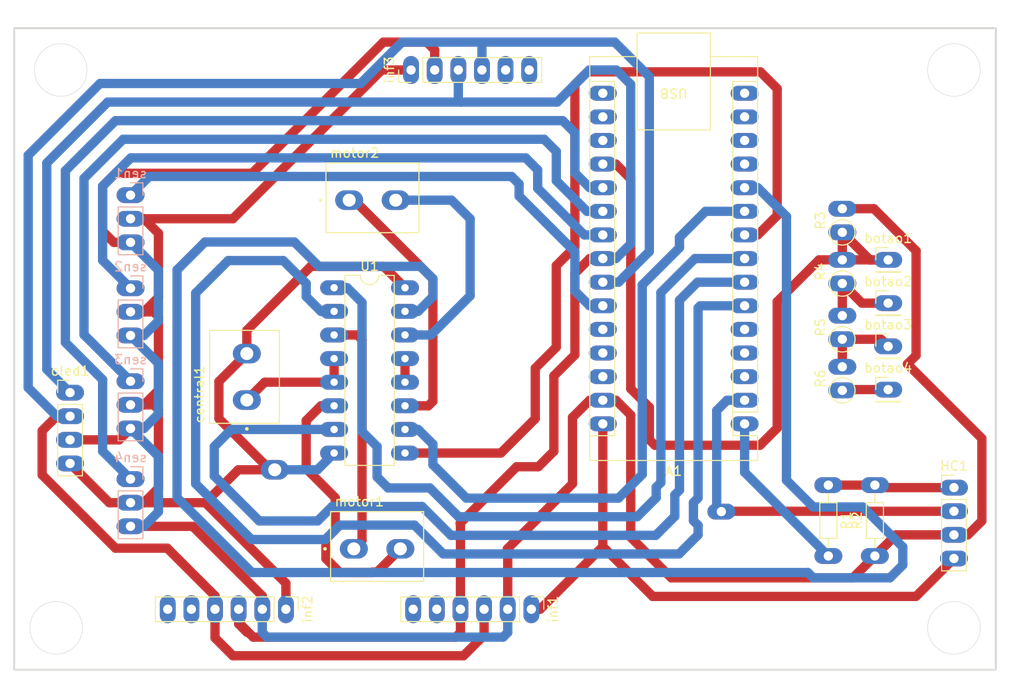
<source format=kicad_pcb>
(kicad_pcb (version 20240108) (generator "pcbnew") (generator_version "8.0")
  (layers (0 "F.Cu" signal) (31 "B.Cu" signal) (34 "B.Paste" user) (35 "F.Paste" user) (36 "B.SilkS" user "B.Silkscreen") (37 "F.SilkS" user "F.Silkscreen") (38 "B.Mask" user) (39 "F.Mask" user) (44 "Edge.Cuts" user))
  (net 0 "")
  (net 1 "Net-(A1-D6)")
  (net 2 "Net-(A1-D7)")
  (net 4 "Net-(A1-A3)")
  (net 6 "Net-(A1-D1{slash}TX)")
  (net 10 "Net-(A1-A0)")
  (net 11 "Net-(A1-A1)")
  (net 12 "Net-(A1-D0{slash}RX)")
  (net 14 "Net-(A1-A4)")
  (net 15 "Net-(A1-A6)")
  (net 17 "Net-(A1-A5)")
  (net 18 "Net-(A1-D3)")
  (net 20 "Net-(A1-A2)")
  (net 23 "Net-(A1-D8)")
  (net 24 "Net-(A1-D4)")
  (net 25 "Net-(A1-VIN)")
  (net 27 "Net-(A1-D5)")
  (net 29 "Net-(HC1-Pin_3)")
  (net 30 "Net-(botao2-Pin_1)")
  (net 31 "Net-(botao3-Pin_1)")
  (net 32 "Net-(botao4-Pin_1)")
  (net 33 "Net-(HC1-Pin_1)")
  (net 34 "Net-(U1-2Y)")
  (net 35 "Net-(U1-3Y)")
  (net 36 "Net-(U1-4Y)")
  (net 37 "Net-(U1-1Y)")
  (footprint "Resistor_THT:R_Axial_DIN0207_L6.3mm_D2.5mm_P2.54mm_Vertical" (layer "F.Cu") (at 191 92.46 90)
    (property "Reference" "R5" (at 1.27 -2.37 90) (layer "F.SilkS"))
    (property "Value" "1k")
    (pad "1" thru_hole oval (at 0 0 90) (size 1.7 3) (drill 1) (layers "*.Cu" "*.Mask") (net 31 "Net-(botao3-Pin_1)"))
    (pad "2" thru_hole oval (at 2.54 0 90) (size 1.7 3) (drill 1) (layers "*.Cu" "*.Mask") (net 30 "Net-(botao2-Pin_1)"))
  )
  (footprint "Resistor_THT:R_Axial_DIN0204_L3.6mm_D1.6mm_P7.62mm_Horizontal" (layer "F.Cu") (at 189.5 108.15 -90)
    (property "Reference" "R1" (at 3.81 -1.92 90) (layer "F.SilkS"))
    (property "Value" "1k")
    (pad "1" thru_hole oval (at 0 0 270) (size 1.7 3) (drill 1) (layers "*.Cu" "*.Mask") (net 33 "Net-(HC1-Pin_1)"))
    (pad "2" thru_hole oval (at 7.62 0 270) (size 1.7 3) (drill 1) (layers "*.Cu" "*.Mask") (net 6 "Net-(A1-D1{slash}TX)"))
  )
  (footprint "Connector_PinHeader_2.54mm:PinHeader_1x06_P2.54mm_Vertical" (layer "F.Cu") (at 131.2 121.5 -90)
    (property "Reference" "inf2" (at 0 -2.33 90) (layer "F.SilkS"))
    (property "Value" "Conn_01x06_Socket")
    (pad "1" thru_hole oval (at 0 0 270) (size 3 1.7) (drill 1) (layers "*.Cu" "*.Mask") (net 25 "Net-(A1-VIN)"))
    (pad "2" thru_hole oval (at 0 2.54 270) (size 3 1.7) (drill 1) (layers "*.Cu" "*.Mask") (net 29 "Net-(HC1-Pin_3)"))
    (pad "3" thru_hole oval (at 0 5.08 270) (size 3 1.7) (drill 1) (layers "*.Cu" "*.Mask") (net 14 "Net-(A1-A4)"))
    (pad "4" thru_hole oval (at 0 7.62 270) (size 3 1.7) (drill 1) (layers "*.Cu" "*.Mask") (net 17 "Net-(A1-A5)"))
    (pad "5" thru_hole oval (at 0 10.16 270) (size 3 1.7) (drill 1) (layers "*.Cu" "*.Mask"))
    (pad "6" thru_hole oval (at 0 12.7 270) (size 3 1.7) (drill 1) (layers "*.Cu" "*.Mask"))
  )
  (footprint "KF301-2P (1):HANDSON_KF301-2P" (layer "F.Cu") (at 127 96.5 90)
    (property "Reference" "central1" (at -1.905 -5.08 90) (layer "F.SilkS"))
    (property "Value" "KF301-2P")
    (pad "1" thru_hole oval (at -2.5 0 90) (size 2.1 3) (drill 1.4) (layers "*.Cu" "*.Mask") (net 29 "Net-(HC1-Pin_3)"))
    (pad "2" thru_hole oval (at 2.5 0 90) (size 2.1 3) (drill 1.4) (layers "*.Cu" "*.Mask") (net 25 "Net-(A1-VIN)"))
  )
  (footprint "Resistor_THT:R_Axial_DIN0207_L6.3mm_D2.5mm_P2.54mm_Vertical" (layer "F.Cu") (at 191 80.96 90)
    (property "Reference" "R3" (at 1.27 -2.37 90) (layer "F.SilkS"))
    (property "Value" "10k")
    (pad "1" thru_hole oval (at 0 0 90) (size 1.7 3) (drill 1) (layers "*.Cu" "*.Mask") (net 10 "Net-(A1-A0)"))
    (pad "2" thru_hole oval (at 2.54 0 90) (size 1.7 3) (drill 1) (layers "*.Cu" "*.Mask") (net 29 "Net-(HC1-Pin_3)"))
  )
  (footprint "KF301-2P (1):HANDSON_KF301-2P" (layer "F.Cu") (at 141 115)
    (property "Reference" "motor1" (at -1.905 -5.08 0) (layer "F.SilkS"))
    (property "Value" "KF301-2P")
    (pad "1" thru_hole oval (at -2.5 0) (size 3 2.1) (drill 1.4) (layers "*.Cu" "*.Mask") (net 37 "Net-(U1-1Y)"))
    (pad "2" thru_hole oval (at 2.5 0) (size 3 2.1) (drill 1.4) (layers "*.Cu" "*.Mask") (net 34 "Net-(U1-2Y)"))
  )
  (footprint "" (layer "F.Cu") (at 130 106.5)
    (property "Reference" "" (at 0 0 0) (layer "F.SilkS") (effects (font (size 1.27 1.27))))
    (property "Value" "")
    (pad "2" thru_hole oval (at 0 0 90) (size 2.1 3) (drill 1.4) (layers "*.Cu" "*.Mask") (net 25 "Net-(A1-VIN)"))
  )
  (footprint "Connector_PinHeader_2.54mm:PinHeader_1x01_P2.54mm_Vertical" (layer "F.Cu") (at 195.93 83.925)
    (property "Reference" "botao1" (at 0 -2.33 0) (layer "F.SilkS"))
    (property "Value" "Conn_01x01_Socket")
    (pad "1" thru_hole oval (at 0 0) (size 3 1.7) (drill 1) (layers "*.Cu" "*.Mask") (net 10 "Net-(A1-A0)"))
  )
  (footprint "Connector_PinHeader_2.54mm:PinHeader_1x01_P2.54mm_Vertical" (layer "F.Cu") (at 195.93 88.575)
    (property "Reference" "botao2" (at 0 -2.33 0) (layer "F.SilkS"))
    (property "Value" "Conn_01x01_Socket")
    (pad "1" thru_hole oval (at 0 0) (size 3 1.7) (drill 1) (layers "*.Cu" "*.Mask") (net 30 "Net-(botao2-Pin_1)"))
  )
  (footprint "Resistor_THT:R_Axial_DIN0204_L3.6mm_D1.6mm_P7.62mm_Horizontal" (layer "F.Cu") (at 194.5 115.77 90)
    (property "Reference" "R2" (at 3.81 -1.92 90) (layer "F.SilkS"))
    (property "Value" "2k")
    (pad "1" thru_hole oval (at 0 0 90) (size 1.7 3) (drill 1) (layers "*.Cu" "*.Mask") (net 29 "Net-(HC1-Pin_3)"))
    (pad "2" thru_hole oval (at 7.62 0 90) (size 1.7 3) (drill 1) (layers "*.Cu" "*.Mask") (net 33 "Net-(HC1-Pin_1)"))
  )
  (footprint "Connector_PinHeader_2.54mm:PinHeader_1x06_P2.54mm_Vertical" (layer "F.Cu") (at 157.58 121.5 -90)
    (property "Reference" "inf1" (at 0 -2.33 90) (layer "F.SilkS"))
    (property "Value" "Conn_01x06_Socket")
    (pad "1" thru_hole oval (at 0 0 270) (size 3 1.7) (drill 1) (layers "*.Cu" "*.Mask") (net 25 "Net-(A1-VIN)"))
    (pad "2" thru_hole oval (at 0 2.54 270) (size 3 1.7) (drill 1) (layers "*.Cu" "*.Mask") (net 29 "Net-(HC1-Pin_3)"))
    (pad "3" thru_hole oval (at 0 5.08 270) (size 3 1.7) (drill 1) (layers "*.Cu" "*.Mask") (net 17 "Net-(A1-A5)"))
    (pad "4" thru_hole oval (at 0 7.62 270) (size 3 1.7) (drill 1) (layers "*.Cu" "*.Mask") (net 14 "Net-(A1-A4)"))
    (pad "5" thru_hole oval (at 0 10.16 270) (size 3 1.7) (drill 1) (layers "*.Cu" "*.Mask"))
    (pad "6" thru_hole oval (at 0 12.7 270) (size 3 1.7) (drill 1) (layers "*.Cu" "*.Mask"))
  )
  (footprint "KF301-2P (1):HANDSON_KF301-2P" (layer "F.Cu") (at 140.5 77.5)
    (property "Reference" "motor2" (at -1.905 -5.08 0) (layer "F.SilkS"))
    (property "Value" "KF301-2P")
    (pad "1" thru_hole oval (at -2.5 0) (size 3 2.1) (drill 1.4) (layers "*.Cu" "*.Mask") (net 35 "Net-(U1-3Y)"))
    (pad "2" thru_hole oval (at 2.5 0) (size 3 2.1) (drill 1.4) (layers "*.Cu" "*.Mask") (net 36 "Net-(U1-4Y)"))
  )
  (footprint "Connector_PinHeader_2.54mm:PinHeader_1x06_P2.54mm_Vertical" (layer "F.Cu") (at 144.65 63.5 90)
    (property "Reference" "inf3" (at 0 -2.33 90) (layer "F.SilkS"))
    (property "Value" "Conn_01x06_Socket")
    (pad "1" thru_hole oval (at 0 0 90) (size 3 1.7) (drill 1) (layers "*.Cu" "*.Mask") (net 25 "Net-(A1-VIN)"))
    (pad "2" thru_hole oval (at 0 2.54 90) (size 3 1.7) (drill 1) (layers "*.Cu" "*.Mask") (net 29 "Net-(HC1-Pin_3)"))
    (pad "3" thru_hole oval (at 0 5.08 90) (size 3 1.7) (drill 1) (layers "*.Cu" "*.Mask") (net 14 "Net-(A1-A4)"))
    (pad "4" thru_hole oval (at 0 7.62 90) (size 3 1.7) (drill 1) (layers "*.Cu" "*.Mask") (net 17 "Net-(A1-A5)"))
    (pad "5" thru_hole oval (at 0 10.16 90) (size 3 1.7) (drill 1) (layers "*.Cu" "*.Mask"))
    (pad "6" thru_hole oval (at 0 12.7 90) (size 3 1.7) (drill 1) (layers "*.Cu" "*.Mask"))
  )
  (footprint "Connector_PinHeader_2.54mm:PinHeader_1x01_P2.54mm_Vertical" (layer "F.Cu") (at 195.93 97.875)
    (property "Reference" "botao4" (at 0 -2.33 0) (layer "F.SilkS"))
    (property "Value" "Conn_01x01_Socket")
    (pad "1" thru_hole oval (at 0 0) (size 3 1.7) (drill 1) (layers "*.Cu" "*.Mask") (net 32 "Net-(botao4-Pin_1)"))
  )
  (footprint "Package_DIP:DIP-16_W7.62mm" (layer "F.Cu") (at 136.38 86.92)
    (property "Reference" "U1" (at 3.81 -2.33 0) (layer "F.SilkS"))
    (property "Value" "L293D")
    (pad "1" thru_hole oval (at 0 0) (size 3 1.6) (drill 0.8) (layers "*.Cu" "*.Mask") (net 27 "Net-(A1-D5)"))
    (pad "2" thru_hole oval (at 0 2.54) (size 3 1.6) (drill 0.8) (layers "*.Cu" "*.Mask") (net 18 "Net-(A1-D3)"))
    (pad "3" thru_hole oval (at 0 5.08) (size 3 1.6) (drill 0.8) (layers "*.Cu" "*.Mask") (net 37 "Net-(U1-1Y)"))
    (pad "4" thru_hole oval (at 0 7.62) (size 3 1.6) (drill 0.8) (layers "*.Cu" "*.Mask") (net 29 "Net-(HC1-Pin_3)"))
    (pad "5" thru_hole oval (at 0 10.16) (size 3 1.6) (drill 0.8) (layers "*.Cu" "*.Mask") (net 29 "Net-(HC1-Pin_3)"))
    (pad "6" thru_hole oval (at 0 12.7) (size 3 1.6) (drill 0.8) (layers "*.Cu" "*.Mask") (net 34 "Net-(U1-2Y)"))
    (pad "7" thru_hole oval (at 0 15.24) (size 3 1.6) (drill 0.8) (layers "*.Cu" "*.Mask") (net 24 "Net-(A1-D4)"))
    (pad "8" thru_hole oval (at 0 17.78) (size 3 1.6) (drill 0.8) (layers "*.Cu" "*.Mask") (net 25 "Net-(A1-VIN)"))
    (pad "9" thru_hole oval (at 7.62 17.78) (size 3 1.6) (drill 0.8) (layers "*.Cu" "*.Mask") (net 1 "Net-(A1-D6)"))
    (pad "10" thru_hole oval (at 7.62 15.24) (size 3 1.6) (drill 0.8) (layers "*.Cu" "*.Mask") (net 2 "Net-(A1-D7)"))
    (pad "11" thru_hole oval (at 7.62 12.7) (size 3 1.6) (drill 0.8) (layers "*.Cu" "*.Mask") (net 35 "Net-(U1-3Y)"))
    (pad "12" thru_hole oval (at 7.62 10.16) (size 3 1.6) (drill 0.8) (layers "*.Cu" "*.Mask") (net 29 "Net-(HC1-Pin_3)"))
    (pad "13" thru_hole oval (at 7.62 7.62) (size 3 1.6) (drill 0.8) (layers "*.Cu" "*.Mask") (net 29 "Net-(HC1-Pin_3)"))
    (pad "14" thru_hole oval (at 7.62 5.08) (size 3 1.6) (drill 0.8) (layers "*.Cu" "*.Mask") (net 36 "Net-(U1-4Y)"))
    (pad "15" thru_hole oval (at 7.62 2.54) (size 3 1.6) (drill 0.8) (layers "*.Cu" "*.Mask") (net 23 "Net-(A1-D8)"))
    (pad "16" thru_hole oval (at 7.62 0) (size 3 1.6) (drill 0.8) (layers "*.Cu" "*.Mask") (net 25 "Net-(A1-VIN)"))
  )
  (footprint "Resistor_THT:R_Axial_DIN0207_L6.3mm_D2.5mm_P2.54mm_Vertical" (layer "F.Cu") (at 191 86.46 90)
    (property "Reference" "R4" (at 1.27 -2.37 90) (layer "F.SilkS"))
    (property "Value" "1k")
    (pad "1" thru_hole oval (at 0 0 90) (size 1.7 3) (drill 1) (layers "*.Cu" "*.Mask") (net 30 "Net-(botao2-Pin_1)"))
    (pad "2" thru_hole oval (at 2.54 0 90) (size 1.7 3) (drill 1) (layers "*.Cu" "*.Mask") (net 10 "Net-(A1-A0)"))
  )
  (footprint "Connector_PinHeader_2.54mm:PinHeader_1x01_P2.54mm_Vertical" (layer "F.Cu") (at 195.93 93.225)
    (property "Reference" "botao3" (at 0 -2.33 0) (layer "F.SilkS"))
    (property "Value" "Conn_01x01_Socket")
    (pad "1" thru_hole oval (at 0 0) (size 3 1.7) (drill 1) (layers "*.Cu" "*.Mask") (net 31 "Net-(botao3-Pin_1)"))
  )
  (footprint "Module:Arduino_Nano" (layer "F.Cu") (at 180.5 101.56 180)
    (property "Reference" "A1" (at 7.62 -5.08 0) (layer "F.SilkS"))
    (property "Value" "Arduino_Nano_v3.x")
    (fp_text user "USB" (at 7.62 35.56 180) (layer "F.SilkS"))
    (pad "1" thru_hole oval (at 0 0 180) (size 3 1.6) (drill 1) (layers "*.Cu" "*.Mask") (net 6 "Net-(A1-D1{slash}TX)"))
    (pad "2" thru_hole oval (at 0 2.54 180) (size 3 1.6) (drill 1) (layers "*.Cu" "*.Mask") (net 12 "Net-(A1-D0{slash}RX)"))
    (pad "3" thru_hole oval (at 0 5.08 180) (size 3 1.6) (drill 1) (layers "*.Cu" "*.Mask"))
    (pad "4" thru_hole oval (at 0 7.62 180) (size 3 1.6) (drill 1) (layers "*.Cu" "*.Mask") (net 29 "Net-(HC1-Pin_3)"))
    (pad "5" thru_hole oval (at 0 10.16 180) (size 3 1.6) (drill 1) (layers "*.Cu" "*.Mask"))
    (pad "6" thru_hole oval (at 0 12.7 180) (size 3 1.6) (drill 1) (layers "*.Cu" "*.Mask") (net 18 "Net-(A1-D3)"))
    (pad "7" thru_hole oval (at 0 15.24 180) (size 3 1.6) (drill 1) (layers "*.Cu" "*.Mask") (net 24 "Net-(A1-D4)"))
    (pad "8" thru_hole oval (at 0 17.78 180) (size 3 1.6) (drill 1) (layers "*.Cu" "*.Mask") (net 27 "Net-(A1-D5)"))
    (pad "9" thru_hole oval (at 0 20.32 180) (size 3 1.6) (drill 1) (layers "*.Cu" "*.Mask") (net 1 "Net-(A1-D6)"))
    (pad "10" thru_hole oval (at 0 22.86 180) (size 3 1.6) (drill 1) (layers "*.Cu" "*.Mask") (net 2 "Net-(A1-D7)"))
    (pad "11" thru_hole oval (at 0 25.4 180) (size 3 1.6) (drill 1) (layers "*.Cu" "*.Mask") (net 23 "Net-(A1-D8)"))
    (pad "12" thru_hole oval (at 0 27.94 180) (size 3 1.6) (drill 1) (layers "*.Cu" "*.Mask"))
    (pad "13" thru_hole oval (at 0 30.48 180) (size 3 1.6) (drill 1) (layers "*.Cu" "*.Mask"))
    (pad "14" thru_hole oval (at 0 33.02 180) (size 3 1.6) (drill 1) (layers "*.Cu" "*.Mask"))
    (pad "15" thru_hole oval (at 0 35.56 180) (size 3 1.6) (drill 1) (layers "*.Cu" "*.Mask"))
    (pad "16" thru_hole oval (at 15.24 35.56 180) (size 3 1.6) (drill 1) (layers "*.Cu" "*.Mask"))
    (pad "17" thru_hole oval (at 15.24 33.02 180) (size 3 1.6) (drill 1) (layers "*.Cu" "*.Mask"))
    (pad "18" thru_hole oval (at 15.24 30.48 180) (size 3 1.6) (drill 1) (layers "*.Cu" "*.Mask"))
    (pad "19" thru_hole oval (at 15.24 27.94 180) (size 3 1.6) (drill 1) (layers "*.Cu" "*.Mask") (net 10 "Net-(A1-A0)"))
    (pad "20" thru_hole oval (at 15.24 25.4 180) (size 3 1.6) (drill 1) (layers "*.Cu" "*.Mask") (net 11 "Net-(A1-A1)"))
    (pad "21" thru_hole oval (at 15.24 22.86 180) (size 3 1.6) (drill 1) (layers "*.Cu" "*.Mask") (net 20 "Net-(A1-A2)"))
    (pad "22" thru_hole oval (at 15.24 20.32 180) (size 3 1.6) (drill 1) (layers "*.Cu" "*.Mask") (net 4 "Net-(A1-A3)"))
    (pad "23" thru_hole oval (at 15.24 17.78 180) (size 3 1.6) (drill 1) (layers "*.Cu" "*.Mask") (net 14 "Net-(A1-A4)"))
    (pad "24" thru_hole oval (at 15.24 15.24 180) (size 3 1.6) (drill 1) (layers "*.Cu" "*.Mask") (net 17 "Net-(A1-A5)"))
    (pad "25" thru_hole oval (at 15.24 12.7 180) (size 3 1.6) (drill 1) (layers "*.Cu" "*.Mask") (net 15 "Net-(A1-A6)"))
    (pad "26" thru_hole oval (at 15.24 10.16 180) (size 3 1.6) (drill 1) (layers "*.Cu" "*.Mask"))
    (pad "27" thru_hole oval (at 15.24 7.62 180) (size 3 1.6) (drill 1) (layers "*.Cu" "*.Mask"))
    (pad "28" thru_hole oval (at 15.24 5.08 180) (size 3 1.6) (drill 1) (layers "*.Cu" "*.Mask"))
    (pad "29" thru_hole oval (at 15.24 2.54 180) (size 3 1.6) (drill 1) (layers "*.Cu" "*.Mask") (net 29 "Net-(HC1-Pin_3)"))
    (pad "30" thru_hole oval (at 15.24 0 180) (size 3 1.6) (drill 1) (layers "*.Cu" "*.Mask") (net 25 "Net-(A1-VIN)"))
  )
  (footprint "Connector_PinHeader_2.54mm:PinHeader_1x04_P2.54mm_Vertical" (layer "F.Cu") (at 108 98.2)
    (property "Reference" "oled1" (at 0 -2.33 0) (layer "F.SilkS"))
    (property "Value" "Conn_01x04_Socket")
    (pad "1" thru_hole oval (at 0 0) (size 3 1.7) (drill 1) (layers "*.Cu" "*.Mask") (net 14 "Net-(A1-A4)"))
    (pad "2" thru_hole oval (at 0 2.54) (size 3 1.7) (drill 1) (layers "*.Cu" "*.Mask") (net 17 "Net-(A1-A5)"))
    (pad "3" thru_hole oval (at 0 5.08) (size 3 1.7) (drill 1) (layers "*.Cu" "*.Mask") (net 29 "Net-(HC1-Pin_3)"))
    (pad "4" thru_hole oval (at 0 7.62) (size 3 1.7) (drill 1) (layers "*.Cu" "*.Mask") (net 25 "Net-(A1-VIN)"))
  )
  (footprint "" (layer "F.Cu") (at 178 111)
    (property "Reference" "" (at 0 0 0) (layer "F.SilkS") (effects (font (size 1.27 1.27))))
    (property "Value" "")
    (pad "2" thru_hole oval (at 0 0) (size 3 1.7) (drill 1) (layers "*.Cu" "*.Mask") (net 12 "Net-(A1-D0{slash}RX)"))
  )
  (footprint "Connector_PinHeader_2.54mm:PinHeader_1x04_P2.54mm_Vertical" (layer "F.Cu") (at 203 108.42)
    (property "Reference" "HC1" (at 0 -2.33 0) (layer "F.SilkS"))
    (property "Value" "Conn_01x04_Socket")
    (pad "1" thru_hole oval (at 0 0) (size 3 1.7) (drill 1) (layers "*.Cu" "*.Mask") (net 33 "Net-(HC1-Pin_1)"))
    (pad "2" thru_hole oval (at 0 2.54) (size 3 1.7) (drill 1) (layers "*.Cu" "*.Mask") (net 12 "Net-(A1-D0{slash}RX)"))
    (pad "3" thru_hole oval (at 0 5.08) (size 3 1.7) (drill 1) (layers "*.Cu" "*.Mask") (net 29 "Net-(HC1-Pin_3)"))
    (pad "4" thru_hole oval (at 0 7.62) (size 3 1.7) (drill 1) (layers "*.Cu" "*.Mask") (net 25 "Net-(A1-VIN)"))
  )
  (footprint "Resistor_THT:R_Axial_DIN0207_L6.3mm_D2.5mm_P2.54mm_Vertical" (layer "F.Cu") (at 191 97.96 90)
    (property "Reference" "R6" (at 1.27 -2.37 90) (layer "F.SilkS"))
    (property "Value" "1k")
    (pad "1" thru_hole oval (at 0 0 90) (size 1.7 3) (drill 1) (layers "*.Cu" "*.Mask") (net 32 "Net-(botao4-Pin_1)"))
    (pad "2" thru_hole oval (at 2.54 0 90) (size 1.7 3) (drill 1) (layers "*.Cu" "*.Mask") (net 31 "Net-(botao3-Pin_1)"))
  )
  (footprint "Connector_PinHeader_2.54mm:PinHeader_1x03_P2.54mm_Vertical" (layer "B.Cu") (at 114.5 76.96 180)
    (property "Reference" "sen1" (at 0 2.33 0) (layer "B.SilkS") (effects (justify mirror)))
    (property "Value" "Conn_01x03_Socket")
    (pad "1" thru_hole oval (at 0 0 180) (size 3 1.7) (drill 1) (layers "*.Cu" "*.Mask") (net 15 "Net-(A1-A6)"))
    (pad "2" thru_hole oval (at 0 -2.54 180) (size 3 1.7) (drill 1) (layers "*.Cu" "*.Mask") (net 25 "Net-(A1-VIN)"))
    (pad "3" thru_hole oval (at 0 -5.08 180) (size 3 1.7) (drill 1) (layers "*.Cu" "*.Mask") (net 29 "Net-(HC1-Pin_3)"))
  )
  (footprint "Connector_PinHeader_2.54mm:PinHeader_1x03_P2.54mm_Vertical" (layer "B.Cu") (at 114.5 96.975 180)
    (property "Reference" "sen3" (at 0 2.33 0) (layer "B.SilkS") (effects (justify mirror)))
    (property "Value" "Conn_01x03_Socket")
    (pad "1" thru_hole oval (at 0 0 180) (size 3 1.7) (drill 1) (layers "*.Cu" "*.Mask") (net 20 "Net-(A1-A2)"))
    (pad "2" thru_hole oval (at 0 -2.54 180) (size 3 1.7) (drill 1) (layers "*.Cu" "*.Mask") (net 25 "Net-(A1-VIN)"))
    (pad "3" thru_hole oval (at 0 -5.08 180) (size 3 1.7) (drill 1) (layers "*.Cu" "*.Mask") (net 29 "Net-(HC1-Pin_3)"))
  )
  (footprint "Connector_PinHeader_2.54mm:PinHeader_1x03_P2.54mm_Vertical" (layer "B.Cu") (at 114.5 107.5 180)
    (property "Reference" "sen4" (at 0 2.33 0) (layer "B.SilkS") (effects (justify mirror)))
    (property "Value" "Conn_01x03_Socket")
    (pad "1" thru_hole oval (at 0 0 180) (size 3 1.7) (drill 1) (layers "*.Cu" "*.Mask") (net 11 "Net-(A1-A1)"))
    (pad "2" thru_hole oval (at 0 -2.54 180) (size 3 1.7) (drill 1) (layers "*.Cu" "*.Mask") (net 25 "Net-(A1-VIN)"))
    (pad "3" thru_hole oval (at 0 -5.08 180) (size 3 1.7) (drill 1) (layers "*.Cu" "*.Mask") (net 29 "Net-(HC1-Pin_3)"))
  )
  (footprint "Connector_PinHeader_2.54mm:PinHeader_1x03_P2.54mm_Vertical" (layer "B.Cu") (at 114.5 86.975 180)
    (property "Reference" "sen2" (at 0 2.33 0) (layer "B.SilkS") (effects (justify mirror)))
    (property "Value" "Conn_01x03_Socket")
    (pad "1" thru_hole oval (at 0 0 180) (size 3 1.7) (drill 1) (layers "*.Cu" "*.Mask") (net 4 "Net-(A1-A3)"))
    (pad "2" thru_hole oval (at 0 -2.54 180) (size 3 1.7) (drill 1) (layers "*.Cu" "*.Mask") (net 25 "Net-(A1-VIN)"))
    (pad "3" thru_hole oval (at 0 -5.08 180) (size 3 1.7) (drill 1) (layers "*.Cu" "*.Mask") (net 29 "Net-(HC1-Pin_3)"))
  )
  (gr_circle (center 203 123.5) (end 205 125.5) (stroke (width 0.05)) (fill none) (layer "Edge.Cuts"))
  (gr_circle (center 106.5 123.5) (end 108.5 125.5) (stroke (width 0.05)) (fill none) (layer "Edge.Cuts"))
  (gr_rect (start 102 59) (end 207.5 128) (stroke (width 0.2)) (fill none) (layer "Edge.Cuts"))
  (gr_circle (center 203 63.5) (end 205 65.5) (stroke (width 0.05)) (fill none) (layer "Edge.Cuts"))
  (gr_circle (center 107 63.5) (end 109 65.5) (stroke (width 0.05)) (fill none) (layer "Edge.Cuts"))
  (segment (start 182.2 63.7) (end 184 65.5) (width 1) (layer "F.Cu") (net 1))
  (segment (start 181.912691 81.24) (end 180.5 81.24) (width 1) (layer "F.Cu") (net 1))
  (segment (start 184 65.5) (end 184 79.152691) (width 1) (layer "F.Cu") (net 1))
  (segment (start 158 101) (end 158 95.570453) (width 1) (layer "F.Cu") (net 1))
  (segment (start 162.26 82.538881) (end 162.26 65.047309) (width 1) (layer "F.Cu") (net 1))
  (segment (start 163.607309 63.7) (end 182.2 63.7) (width 1) (layer "F.Cu") (net 1))
  (segment (start 158 95.570453) (end 160.26 93.310453) (width 1) (layer "F.Cu") (net 1))
  (segment (start 184 79.152691) (end 181.912691 81.24) (width 1) (layer "F.Cu") (net 1))
  (segment (start 144 104.7) (end 154.3 104.7) (width 1) (layer "F.Cu") (net 1))
  (segment (start 162.26 65.047309) (end 163.607309 63.7) (width 1) (layer "F.Cu") (net 1))
  (segment (start 160.26 84.538881) (end 162.26 82.538881) (width 1) (layer "F.Cu") (net 1))
  (segment (start 154.3 104.7) (end 158 101) (width 1) (layer "F.Cu") (net 1))
  (segment (start 160.26 93.310453) (end 160.26 84.538881) (width 1) (layer "F.Cu") (net 1))
  (segment (start 176.3 78.7) (end 180.5 78.7) (width 1) (layer "B.Cu") (net 2))
  (segment (start 173.5 82.609547) (end 173.5 81.5) (width 1) (layer "B.Cu") (net 2))
  (segment (start 166.95 109.55) (end 169.5 107) (width 1) (layer "B.Cu") (net 2))
  (segment (start 147 105.958471) (end 150.591529 109.55) (width 1) (layer "B.Cu") (net 2))
  (segment (start 144 102.16) (end 145.412691 102.16) (width 1) (layer "B.Cu") (net 2))
  (segment (start 173.5 81.5) (end 176.3 78.7) (width 1) (layer "B.Cu") (net 2))
  (segment (start 169.5 107) (end 169.5 86.609547) (width 1) (layer "B.Cu") (net 2))
  (segment (start 145.412691 102.16) (end 147 103.747309) (width 1) (layer "B.Cu") (net 2))
  (segment (start 147 103.747309) (end 147 105.958471) (width 1) (layer "B.Cu") (net 2))
  (segment (start 169.5 86.609547) (end 173.5 82.609547) (width 1) (layer "B.Cu") (net 2))
  (segment (start 150.591529 109.55) (end 166.95 109.55) (width 1) (layer "B.Cu") (net 2))
  (segment (start 111.5 75.986598) (end 114.536598 72.95) (width 1) (layer "B.Cu") (net 4))
  (segment (start 163.270453 81.24) (end 165.26 81.24) (width 1) (layer "B.Cu") (net 4))
  (segment (start 114.5 86.975) (end 111.5 83.975) (width 1) (layer "B.Cu") (net 4))
  (segment (start 111.5 83.975) (end 111.5 75.986598) (width 1) (layer "B.Cu") (net 4))
  (segment (start 114.536598 72.95) (end 156.97 72.95) (width 1) (layer "B.Cu") (net 4))
  (segment (start 158.26 76.229547) (end 163.270453 81.24) (width 1) (layer "B.Cu") (net 4))
  (segment (start 156.97 72.95) (end 158.26 74.24) (width 1) (layer "B.Cu") (net 4))
  (segment (start 158.26 74.24) (end 158.26 76.229547) (width 1) (layer "B.Cu") (net 4))
  (segment (start 189.5 115.77) (end 180.5 106.77) (width 1) (layer "B.Cu") (net 6))
  (segment (start 180.5 106.77) (end 180.5 101.56) (width 1) (layer "B.Cu") (net 6))
  (segment (start 184 102.012691) (end 182.152691 103.86) (width 1) (layer "F.Cu") (net 10))
  (segment (start 168.26 75.207309) (end 166.672691 73.62) (width 1) (layer "F.Cu") (net 10))
  (segment (start 188.5 83.92) (end 184 88.42) (width 1) (layer "F.Cu") (net 10))
  (segment (start 191 83.92) (end 195.925 83.92) (width 1) (layer "F.Cu") (net 10))
  (segment (start 191 80.96) (end 191 83.23) (width 1) (layer "F.Cu") (net 10))
  (segment (start 195.93 83.925) (end 193.965 83.925) (width 1) (layer "F.Cu") (net 10))
  (segment (start 191 83.92) (end 188.5 83.92) (width 1) (layer "F.Cu") (net 10))
  (segment (start 170.86 103.86) (end 170.26 103.26) (width 1) (layer "F.Cu") (net 10))
  (segment (start 166.672691 73.62) (end 165.26 73.62) (width 1) (layer "F.Cu") (net 10))
  (segment (start 184 88.42) (end 184 102.012691) (width 1) (layer "F.Cu") (net 10))
  (segment (start 193.965 83.925) (end 191 80.96) (width 1) (layer "F.Cu") (net 10))
  (segment (start 168.26 97.778881) (end 168.26 75.207309) (width 1) (layer "F.Cu") (net 10))
  (segment (start 182.152691 103.86) (end 170.86 103.86) (width 1) (layer "F.Cu") (net 10))
  (segment (start 195.925 83.92) (end 195.93 83.925) (width 1) (layer "F.Cu") (net 10))
  (segment (start 170.26 99.778881) (end 168.26 97.778881) (width 1) (layer "F.Cu") (net 10))
  (segment (start 170.26 103.26) (end 170.26 99.778881) (width 1) (layer "F.Cu") (net 10))
  (segment (start 114.5 107.5) (end 111.5 104.5) (width 1) (layer "B.Cu") (net 11))
  (segment (start 111.5 96.803428) (end 107.5 92.803428) (width 1) (layer "B.Cu") (net 11))
  (segment (start 163.847309 76.16) (end 165.26 76.16) (width 1) (layer "B.Cu") (net 11))
  (segment (start 162.26 70.26) (end 162.26 74.572691) (width 1) (layer "B.Cu") (net 11))
  (segment (start 160.95 68.95) (end 162.26 70.26) (width 1) (layer "B.Cu") (net 11))
  (segment (start 107.5 74.329742) (end 112.879742 68.95) (width 1) (layer "B.Cu") (net 11))
  (segment (start 111.5 104.5) (end 111.5 96.803428) (width 1) (layer "B.Cu") (net 11))
  (segment (start 112.879742 68.95) (end 160.95 68.95) (width 1) (layer "B.Cu") (net 11))
  (segment (start 162.26 74.572691) (end 163.847309 76.16) (width 1) (layer "B.Cu") (net 11))
  (segment (start 107.5 92.803428) (end 107.5 74.329742) (width 1) (layer "B.Cu") (net 11))
  (segment (start 178.54 110.96) (end 178.5 111) (width 1) (layer "F.Cu") (net 12))
  (segment (start 203 110.96) (end 178.54 110.96) (width 1) (layer "F.Cu") (net 12))
  (segment (start 177.5 110.5) (end 177.5 100.127309) (width 1) (layer "B.Cu") (net 12))
  (segment (start 177.5 100.127309) (end 178.607309 99.02) (width 1) (layer "B.Cu") (net 12))
  (segment (start 178.607309 99.02) (end 180.5 99.02) (width 1) (layer "B.Cu") (net 12))
  (segment (start 178 111) (end 177.5 110.5) (width 1) (layer "B.Cu") (net 12))
  (segment (start 149.96 112.291572) (end 149.92 112.251572) (width 1) (layer "F.Cu") (net 14))
  (segment (start 158.328428 106.171572) (end 160 104.5) (width 1) (layer "F.Cu") (net 14))
  (segment (start 149.92 112.251572) (end 156 106.171572) (width 1) (layer "F.Cu") (net 14))
  (segment (start 126.12 123.08) (end 126.12 121.5) (width 1) (layer "F.Cu") (net 14))
  (segment (start 149.96 124) (end 149.96 121.5) (width 1) (layer "F.Cu") (net 14))
  (segment (start 162.26 94.138881) (end 162.26 85.367309) (width 1) (layer "F.Cu") (net 14))
  (segment (start 156 106.171572) (end 158.328428 106.171572) (width 1) (layer "F.Cu") (net 14))
  (segment (start 162.26 85.367309) (end 163.847309 83.78) (width 1) (layer "F.Cu") (net 14))
  (segment (start 126.31 123.123402) (end 127.686598 124.5) (width 1) (layer "F.Cu") (net 14))
  (segment (start 126.31 121.69) (end 126.31 123.123402) (width 1) (layer "F.Cu") (net 14))
  (segment (start 163.847309 83.78) (end 165.26 83.78) (width 1) (layer "F.Cu") (net 14))
  (segment (start 126.12 121.5) (end 126.31 121.69) (width 1) (layer "F.Cu") (net 14))
  (segment (start 160 104.5) (end 160 96.398881) (width 1) (layer "F.Cu") (net 14))
  (segment (start 127.686598 124.5) (end 149.46 124.5) (width 1) (layer "F.Cu") (net 14))
  (segment (start 149.96 121.5) (end 149.96 112.291572) (width 1) (layer "F.Cu") (net 14))
  (segment (start 149.46 124.5) (end 149.96 124) (width 1) (layer "F.Cu") (net 14))
  (segment (start 160 96.398881) (end 162.26 94.138881) (width 1) (layer "F.Cu") (net 14))
  (segment (start 127.04 124) (end 126.12 123.08) (width 1) (layer "F.Cu") (net 14))
  (segment (start 112.051314 66.95) (end 150 66.95) (width 1) (layer "B.Cu") (net 14))
  (segment (start 166.712691 63.5) (end 168.26 65.047309) (width 1) (layer "B.Cu") (net 14))
  (segment (start 163.807309 63.5) (end 166.712691 63.5) (width 1) (layer "B.Cu") (net 14))
  (segment (start 149.73 63.5) (end 149.73 66.68) (width 1) (layer "B.Cu") (net 14))
  (segment (start 166.672691 83.78) (end 165.26 83.78) (width 1) (layer "B.Cu") (net 14))
  (segment (start 168.26 65.047309) (end 168.26 82.192691) (width 1) (layer "B.Cu") (net 14))
  (segment (start 168.26 82.192691) (end 166.672691 83.78) (width 1) (layer "B.Cu") (net 14))
  (segment (start 108 98.2) (end 105.5 95.7) (width 1) (layer "B.Cu") (net 14))
  (segment (start 105.5 95.7) (end 105.5 73.501314) (width 1) (layer "B.Cu") (net 14))
  (segment (start 160.357309 66.95) (end 163.807309 63.5) (width 1) (layer "B.Cu") (net 14))
  (segment (start 149.73 66.68) (end 150 66.95) (width 1) (layer "B.Cu") (net 14))
  (segment (start 150 66.95) (end 160.357309 66.95) (width 1) (layer "B.Cu") (net 14))
  (segment (start 105.5 73.501314) (end 112.051314 66.95) (width 1) (layer "B.Cu") (net 14))
  (segment (start 156.26 77.057975) (end 162.26 83.057975) (width 1) (layer "B.Cu") (net 15))
  (segment (start 162.26 83.057975) (end 162.26 87.272691) (width 1) (layer "B.Cu") (net 15))
  (segment (start 155.45 74.95) (end 156.26 75.76) (width 1) (layer "B.Cu") (net 15))
  (segment (start 114.5 76.96) (end 116.51 74.95) (width 1) (layer "B.Cu") (net 15))
  (segment (start 156.26 75.76) (end 156.26 77.057975) (width 1) (layer "B.Cu") (net 15))
  (segment (start 162.26 87.272691) (end 163.847309 88.86) (width 1) (layer "B.Cu") (net 15))
  (segment (start 116.51 74.95) (end 155.45 74.95) (width 1) (layer "B.Cu") (net 15))
  (segment (start 163.847309 88.86) (end 165.26 88.86) (width 1) (layer "B.Cu") (net 15))
  (segment (start 123.58 121.5) (end 123.58 120.066598) (width 1) (layer "F.Cu") (net 17))
  (segment (start 123.58 120.066598) (end 118.443402 114.93) (width 1) (layer "F.Cu") (net 17))
  (segment (start 118.443402 114.93) (end 112.876598 114.93) (width 1) (layer "F.Cu") (net 17))
  (segment (start 105 102.306598) (end 106.376598 100.93) (width 1) (layer "F.Cu") (net 17))
  (segment (start 108.19 100.93) (end 108 100.74) (width 1) (layer "F.Cu") (net 17))
  (segment (start 105 107.053402) (end 105 102.306598) (width 1) (layer "F.Cu") (net 17))
  (segment (start 152.5 121.5) (end 152.5 124.288428) (width 1) (layer "F.Cu") (net 17))
  (segment (start 152.5 124.288428) (end 150.288428 126.5) (width 1) (layer "F.Cu") (net 17))
  (segment (start 106.376598 100.93) (end 108.19 100.93) (width 1) (layer "F.Cu") (net 17))
  (segment (start 112.876598 114.93) (end 105 107.053402) (width 1) (layer "F.Cu") (net 17))
  (segment (start 150.288428 126.5) (end 125.5 126.5) (width 1) (layer "F.Cu") (net 17))
  (segment (start 123.58 124.58) (end 123.58 121.5) (width 1) (layer "F.Cu") (net 17))
  (segment (start 125.5 126.5) (end 123.58 124.58) (width 1) (layer "F.Cu") (net 17))
  (segment (start 166.961119 86.32) (end 165.26 86.32) (width 1) (layer "B.Cu") (net 17))
  (segment (start 170.26 64.218881) (end 170.26 83.021119) (width 1) (layer "B.Cu") (net 17))
  (segment (start 166.541119 60.5) (end 170.26 64.218881) (width 1) (layer "B.Cu") (net 17))
  (segment (start 108 100.74) (end 106.566598 100.74) (width 1) (layer "B.Cu") (net 17))
  (segment (start 103.5 97.673402) (end 103.5 72.672886) (width 1) (layer "B.Cu") (net 17))
  (segment (start 170.26 83.021119) (end 166.961119 86.32) (width 1) (layer "B.Cu") (net 17))
  (segment (start 111.222886 64.95) (end 139.226598 64.95) (width 1) (layer "B.Cu") (net 17))
  (segment (start 106.566598 100.74) (end 103.5 97.673402) (width 1) (layer "B.Cu") (net 17))
  (segment (start 139.226598 64.95) (end 143.676598 60.5) (width 1) (layer "B.Cu") (net 17))
  (segment (start 143.676598 60.5) (end 166.541119 60.5) (width 1) (layer "B.Cu") (net 17))
  (segment (start 103.5 72.672886) (end 111.222886 64.95) (width 1) (layer "B.Cu") (net 17))
  (segment (start 152.27 63.5) (end 152.27 61.15) (width 1) (layer "B.Cu") (net 17))
  (segment (start 136.993755 112.45) (end 145.006245 112.45) (width 1) (layer "B.Cu") (net 18))
  (segment (start 148.106245 115.55) (end 173.45 115.55) (width 1) (layer "B.Cu") (net 18))
  (segment (start 135.443755 114) (end 136.993755 112.45) (width 1) (layer "B.Cu") (net 18))
  (segment (start 121.5 87.5) (end 121.5 108) (width 1) (layer "B.Cu") (net 18))
  (segment (start 175.5 89.094831) (end 175.734831 88.86) (width 1) (layer "B.Cu") (net 18))
  (segment (start 125 84) (end 121.5 87.5) (width 1) (layer "B.Cu") (net 18))
  (segment (start 173.45 115.55) (end 175.5 113.5) (width 1) (layer "B.Cu") (net 18))
  (segment (start 134.967309 89.46) (end 133.38 87.872691) (width 1) (layer "B.Cu") (net 18))
  (segment (start 121.5 108) (end 127.5 114) (width 1) (layer "B.Cu") (net 18))
  (segment (start 175.5 109.526598) (end 175.5 89.094831) (width 1) (layer "B.Cu") (net 18))
  (segment (start 133.38 87.872691) (end 133.38 86.46) (width 1) (layer "B.Cu") (net 18))
  (segment (start 145.006245 112.45) (end 148.106245 115.55) (width 1) (layer "B.Cu") (net 18))
  (segment (start 130.92 84) (end 125 84) (width 1) (layer "B.Cu") (net 18))
  (segment (start 175 110.026598) (end 175.5 109.526598) (width 1) (layer "B.Cu") (net 18))
  (segment (start 136.38 89.46) (end 134.967309 89.46) (width 1) (layer "B.Cu") (net 18))
  (segment (start 175.5 112.473402) (end 175 111.973402) (width 1) (layer "B.Cu") (net 18))
  (segment (start 175.734831 88.86) (end 180.5 88.86) (width 1) (layer "B.Cu") (net 18))
  (segment (start 175 111.973402) (end 175 110.026598) (width 1) (layer "B.Cu") (net 18))
  (segment (start 127.5 114) (end 135.443755 114) (width 1) (layer "B.Cu") (net 18))
  (segment (start 175.5 113.5) (end 175.5 112.473402) (width 1) (layer "B.Cu") (net 18))
  (segment (start 133.38 86.46) (end 130.92 84) (width 1) (layer "B.Cu") (net 18))
  (segment (start 114.5 96.975) (end 109.5 91.975) (width 1) (layer "B.Cu") (net 20))
  (segment (start 160.26 75.401119) (end 163.558881 78.7) (width 1) (layer "B.Cu") (net 20))
  (segment (start 113.70817 70.95) (end 158.95 70.95) (width 1) (layer "B.Cu") (net 20))
  (segment (start 158.95 70.95) (end 160.26 72.26) (width 1) (layer "B.Cu") (net 20))
  (segment (start 163.558881 78.7) (end 165.26 78.7) (width 1) (layer "B.Cu") (net 20))
  (segment (start 109.5 75.15817) (end 113.70817 70.95) (width 1) (layer "B.Cu") (net 20))
  (segment (start 109.5 91.975) (end 109.5 75.15817) (width 1) (layer "B.Cu") (net 20))
  (segment (start 160.26 72.26) (end 160.26 75.401119) (width 1) (layer "B.Cu") (net 20))
  (segment (start 132.107308 82) (end 122.5 82) (width 1) (layer "B.Cu") (net 23))
  (segment (start 147 87.872691) (end 147 85.967309) (width 1) (layer "B.Cu") (net 23))
  (segment (start 134.727308 84.62) (end 132.107308 82) (width 1) (layer "B.Cu") (net 23))
  (segment (start 196.123402 118.12) (end 197.5 116.743402) (width 1) (layer "B.Cu") (net 23))
  (segment (start 193.203402 110.5) (end 187.876598 110.5) (width 1) (layer "B.Cu") (net 23))
  (segment (start 197.5 114.796598) (end 193.203402 110.5) (width 1) (layer "B.Cu") (net 23))
  (segment (start 127.55 117.55) (end 187.306598 117.55) (width 1) (layer "B.Cu") (net 23))
  (segment (start 187.876598 118.12) (end 196.123402 118.12) (width 1) (layer "B.Cu") (net 23))
  (segment (start 145.652691 84.62) (end 134.727308 84.62) (width 1) (layer "B.Cu") (net 23))
  (segment (start 187.306598 117.55) (end 187.876598 118.12) (width 1) (layer "B.Cu") (net 23))
  (segment (start 185 79.247309) (end 181.912691 76.16) (width 1) (layer "B.Cu") (net 23))
  (segment (start 122.5 82) (end 119.5 85) (width 1) (layer "B.Cu") (net 23))
  (segment (start 197.5 116.743402) (end 197.5 114.796598) (width 1) (layer "B.Cu") (net 23))
  (segment (start 185 107.623402) (end 185 79.247309) (width 1) (layer "B.Cu") (net 23))
  (segment (start 119.5 109.5) (end 127.55 117.55) (width 1) (layer "B.Cu") (net 23))
  (segment (start 145.412691 89.46) (end 147 87.872691) (width 1) (layer "B.Cu") (net 23))
  (segment (start 144 89.46) (end 145.412691 89.46) (width 1) (layer "B.Cu") (net 23))
  (segment (start 119.5 85) (end 119.5 109.5) (width 1) (layer "B.Cu") (net 23))
  (segment (start 181.912691 76.16) (end 180.5 76.16) (width 1) (layer "B.Cu") (net 23))
  (segment (start 187.876598 110.5) (end 185 107.623402) (width 1) (layer "B.Cu") (net 23))
  (segment (start 147 85.967309) (end 145.652691 84.62) (width 1) (layer "B.Cu") (net 23))
  (segment (start 123.5 107.171572) (end 128.328428 112) (width 1) (layer "B.Cu") (net 24))
  (segment (start 136.165327 110.45) (end 145.834673 110.45) (width 1) (layer "B.Cu") (net 24))
  (segment (start 123.5 104) (end 123.5 107.171572) (width 1) (layer "B.Cu") (net 24))
  (segment (start 128.328428 112) (end 134.615327 112) (width 1) (layer "B.Cu") (net 24))
  (segment (start 136.38 102.16) (end 125.34 102.16) (width 1) (layer "B.Cu") (net 24))
  (segment (start 173 111.5) (end 173 109.198171) (width 1) (layer "B.Cu") (net 24))
  (segment (start 175.446403 86.32) (end 180.5 86.32) (width 1) (layer "B.Cu") (net 24))
  (segment (start 134.615327 112) (end 136.165327 110.45) (width 1) (layer "B.Cu") (net 24))
  (segment (start 148.934673 113.55) (end 170.95 113.55) (width 1) (layer "B.Cu") (net 24))
  (segment (start 173 109.198171) (end 173.5 108.698171) (width 1) (layer "B.Cu") (net 24))
  (segment (start 173.5 88.266403) (end 175.446403 86.32) (width 1) (layer "B.Cu") (net 24))
  (segment (start 173.5 108.698171) (end 173.5 88.266403) (width 1) (layer "B.Cu") (net 24))
  (segment (start 145.834673 110.45) (end 148.934673 113.55) (width 1) (layer "B.Cu") (net 24))
  (segment (start 125.34 102.16) (end 123.5 104) (width 1) (layer "B.Cu") (net 24))
  (segment (start 170.95 113.55) (end 173 111.5) (width 1) (layer "B.Cu") (net 24))
  (segment (start 117.5 90.015) (end 117.5 97.948402) (width 1) (layer "F.Cu") (net 25))
  (segment (start 115.933402 79.5) (end 117.5 81.066598) (width 1) (layer "F.Cu") (net 25))
  (segment (start 117.5 108.473402) (end 115.933402 110.04) (width 1) (layer "F.Cu") (net 25))
  (segment (start 141.7 84.62) (end 133.88 84.62) (width 1) (layer "F.Cu") (net 25))
  (segment (start 114.5 79.5) (end 115.933402 79.5) (width 1) (layer "F.Cu") (net 25))
  (segment (start 141.5 63.5) (end 144.65 63.5) (width 1) (layer "F.Cu") (net 25))
  (segment (start 126.08 106.5) (end 122.54 110.04) (width 1) (layer "F.Cu") (net 25))
  (segment (start 115.933402 89.515) (end 114.5 89.515) (width 1) (layer "F.Cu") (net 25))
  (segment (start 198.92 120.12) (end 170.62 120.12) (width 1) (layer "F.Cu") (net 25))
  (segment (start 157.58 121.5) (end 158.52 121.5) (width 1) (layer "F.Cu") (net 25))
  (segment (start 108 105.82) (end 112.22 110.04) (width 1) (layer "F.Cu") (net 25))
  (segment (start 122.54 110.04) (end 114.5 110.04) (width 1) (layer "F.Cu") (net 25))
  (segment (start 124 97) (end 124 101) (width 1) (layer "F.Cu") (net 25))
  (segment (start 117.5 100.015) (end 117.5 108.473402) (width 1) (layer "F.Cu") (net 25))
  (segment (start 115.933402 110.04) (end 114.5 110.04) (width 1) (layer "F.Cu") (net 25))
  (segment (start 114.5 79.5) (end 125.5 79.5) (width 1) (layer "F.Cu") (net 25))
  (segment (start 124 101) (end 129.5 106.5) (width 1) (layer "F.Cu") (net 25))
  (segment (start 117.5 81.066598) (end 117.5 87.948402) (width 1) (layer "F.Cu") (net 25))
  (segment (start 127 94) (end 124 97) (width 1) (layer "F.Cu") (net 25))
  (segment (start 170.62 120.12) (end 165.26 114.76) (width 1) (layer "F.Cu") (net 25))
  (segment (start 112.22 110.04) (end 114.5 110.04) (width 1) (layer "F.Cu") (net 25))
  (segment (start 129.5 106.5) (end 130 106.5) (width 1) (layer "F.Cu") (net 25))
  (segment (start 115.933402 99.515) (end 114.5 99.515) (width 1) (layer "F.Cu") (net 25))
  (segment (start 131.2 118.7) (end 122.54 110.04) (width 1) (layer "F.Cu") (net 25))
  (segment (start 158.52 121.5) (end 165.26 114.76) (width 1) (layer "F.Cu") (net 25))
  (segment (start 117.5 87.948402) (end 115.933402 89.515) (width 1) (layer "F.Cu") (net 25))
  (segment (start 203 116.04) (end 198.92 120.12) (width 1) (layer "F.Cu") (net 25))
  (segment (start 117 89.515) (end 117.5 90.015) (width 1) (layer "F.Cu") (net 25))
  (segment (start 114.5 99.515) (end 117 99.515) (width 1) (layer "F.Cu") (net 25))
  (segment (start 125.5 79.5) (end 141.5 63.5) (width 1) (layer "F.Cu") (net 25))
  (segment (start 114.5 89.515) (end 117 89.515) (width 1) (layer "F.Cu") (net 25))
  (segment (start 117.5 97.948402) (end 115.933402 99.515) (width 1) (layer "F.Cu") (net 25))
  (segment (start 117 99.515) (end 117.5 100.015) (width 1) (layer "F.Cu") (net 25))
  (segment (start 165.26 114.76) (end 165.26 101.56) (width 1) (layer "F.Cu") (net 25))
  (segment (start 127 91.5) (end 127 94) (width 1) (layer "F.Cu") (net 25))
  (segment (start 144 86.92) (end 141.7 84.62) (width 1) (layer "F.Cu") (net 25))
  (segment (start 131.2 121.5) (end 131.2 118.7) (width 1) (layer "F.Cu") (net 25))
  (segment (start 130 106.5) (end 126.08 106.5) (width 1) (layer "F.Cu") (net 25))
  (segment (start 133.88 84.62) (end 127 91.5) (width 1) (layer "F.Cu") (net 25))
  (segment (start 144 86.92) (end 144 87) (width 1) (layer "B.Cu") (net 25))
  (segment (start 144.16 87.16) (end 144 87.16) (width 1) (layer "B.Cu") (net 25))
  (segment (start 144 87) (end 144.16 87.16) (width 1) (layer "B.Cu") (net 25))
  (segment (start 130 106.5) (end 134.58 106.5) (width 1) (layer "B.Cu") (net 25))
  (segment (start 134.58 106.5) (end 136.38 104.7) (width 1) (layer "B.Cu") (net 25))
  (segment (start 175.157975 83.78) (end 180.5 83.78) (width 1) (layer "B.Cu") (net 27))
  (segment (start 137.792691 86.92) (end 139.38 88.507309) (width 1) (layer "B.Cu") (net 27))
  (segment (start 141 107.272691) (end 142.177309 108.45) (width 1) (layer "B.Cu") (net 27))
  (segment (start 171.5 107.869743) (end 171.5 87.437975) (width 1) (layer "B.Cu") (net 27))
  (segment (start 171 109.5) (end 171 108.369743) (width 1) (layer "B.Cu") (net 27))
  (segment (start 149.763101 111.55) (end 168.95 111.55) (width 1) (layer "B.Cu") (net 27))
  (segment (start 139.38 88.507309) (end 139.38 102.38) (width 1) (layer "B.Cu") (net 27))
  (segment (start 139.38 102.38) (end 141 104) (width 1) (layer "B.Cu") (net 27))
  (segment (start 171 108.369743) (end 171.5 107.869743) (width 1) (layer "B.Cu") (net 27))
  (segment (start 146.663101 108.45) (end 149.763101 111.55) (width 1) (layer "B.Cu") (net 27))
  (segment (start 141 104) (end 141 107.272691) (width 1) (layer "B.Cu") (net 27))
  (segment (start 142.177309 108.45) (end 146.663101 108.45) (width 1) (layer "B.Cu") (net 27))
  (segment (start 136.38 86.92) (end 137.792691 86.92) (width 1) (layer "B.Cu") (net 27))
  (segment (start 168.95 111.55) (end 171 109.5) (width 1) (layer "B.Cu") (net 27))
  (segment (start 171.5 87.437975) (end 175.157975 83.78) (width 1) (layer "B.Cu") (net 27))
  (segment (start 198.93 82.951598) (end 198.93 94.198402) (width 1) (layer "F.Cu") (net 29))
  (segment (start 111.5 75.986598) (end 112.876598 74.61) (width 1) (layer "F.Cu") (net 29))
  (segment (start 108 103.28) (end 113.275 103.28) (width 1) (layer "F.Cu") (net 29))
  (segment (start 162 100.867309) (end 163.847309 99.02) (width 1) (layer "F.Cu") (net 29))
  (segment (start 206 103.128402) (end 206 112) (width 1) (layer "F.Cu") (net 29))
  (segment (start 128.92 97.08) (end 136.38 97.08) (width 1) (layer "F.Cu") (net 29))
  (segment (start 166.672691 99.02) (end 165.26 99.02) (width 1) (layer "F.Cu") (net 29))
  (segment (start 194.5 115.77) (end 196.77 113.5) (width 1) (layer "F.Cu") (net 29))
  (segment (start 196.77 113.5) (end 203 113.5) (width 1) (layer "F.Cu") (net 29))
  (segment (start 147.19 61.34) (end 147.19 63.5) (width 1) (layer "F.Cu") (net 29))
  (segment (start 146.35 60.5) (end 147.19 61.34) (width 1) (layer "F.Cu") (net 29))
  (segment (start 206 112) (end 204.5 113.5) (width 1) (layer "F.Cu") (net 29))
  (segment (start 114.5 82.04) (end 112.703234 82.04) (width 1) (layer "F.Cu") (net 29))
  (segment (start 128.66 120.066598) (end 121.173402 112.58) (width 1) (layer "F.Cu") (net 29))
  (segment (start 162 108) (end 162 100.867309) (width 1) (layer "F.Cu") (net 29))
  (segment (start 172.62 118.12) (end 168.26 113.76) (width 1) (layer "F.Cu") (net 29))
  (segment (start 111.5 80.836766) (end 111.5 75.986598) (width 1) (layer "F.Cu") (net 29))
  (segment (start 144 94.54) (end 144 97.08) (width 1) (layer "F.Cu") (net 29))
  (segment (start 204.5 113.5) (end 203 113.5) (width 1) (layer "F.Cu") (net 29))
  (segment (start 168.26 113.76) (end 168.26 100.607309) (width 1) (layer "F.Cu") (net 29))
  (segment (start 155.04 121.5) (end 155.04 115.04) (width 1) (layer "F.Cu") (net 29))
  (segment (start 155 115) (end 162 108) (width 1) (layer "F.Cu") (net 29))
  (segment (start 136.38 94.54) (end 136.38 97.08) (width 1) (layer "F.Cu") (net 29))
  (segment (start 136.38 94.54) (end 136.34 94.5) (width 1) (layer "F.Cu") (net 29))
  (segment (start 194.398402 78.42) (end 198.93 82.951598) (width 1) (layer "F.Cu") (net 29))
  (segment (start 127.561572 74.61) (end 141.671572 60.5) (width 1) (layer "F.Cu") (net 29))
  (segment (start 198.93 94.198402) (end 198 95.128402) (width 1) (layer "F.Cu") (net 29))
  (segment (start 113.275 103.28) (end 114.5 102.055) (width 1) (layer "F.Cu") (net 29))
  (segment (start 198 95.128402) (end 206 103.128402) (width 1) (layer "F.Cu") (net 29))
  (segment (start 163.847309 99.02) (end 165.26 99.02) (width 1) (layer "F.Cu") (net 29))
  (segment (start 194.5 115.77) (end 192.15 118.12) (width 1) (layer "F.Cu") (net 29))
  (segment (start 192.15 118.12) (end 172.62 118.12) (width 1) (layer "F.Cu") (net 29))
  (segment (start 112.876598 74.61) (end 127.561572 74.61) (width 1) (layer "F.Cu") (net 29))
  (segment (start 155.04 115.04) (end 155 115) (width 1) (layer "F.Cu") (net 29))
  (segment (start 121.173402 112.58) (end 114.5 112.58) (width 1) (layer "F.Cu") (net 29))
  (segment (start 128.66 121.5) (end 128.66 120.066598) (width 1) (layer "F.Cu") (net 29))
  (segment (start 112.703234 82.04) (end 111.5 80.836766) (width 1) (layer "F.Cu") (net 29))
  (segment (start 141.671572 60.5) (end 146.35 60.5) (width 1) (layer "F.Cu") (net 29))
  (segment (start 126.5 99.5) (end 128.92 97.08) (width 1) (layer "F.Cu") (net 29))
  (segment (start 168.26 100.607309) (end 166.672691 99.02) (width 1) (layer "F.Cu") (net 29))
  (segment (start 191 78.42) (end 194.398402 78.42) (width 1) (layer "F.Cu") (net 29))
  (segment (start 129.16 124.5) (end 154.54 124.5) (width 1) (layer "B.Cu") (net 29))
  (segment (start 115.933402 102.055) (end 117.5 100.488402) (width 1) (layer "B.Cu") (net 29))
  (segment (start 117.5 90.488402) (end 117.5 85.04) (width 1) (layer "B.Cu") (net 29))
  (segment (start 154.54 124.5) (end 155.04 124) (width 1) (layer "B.Cu") (net 29))
  (segment (start 155.04 124) (end 155.04 121.5) (width 1) (layer "B.Cu") (net 29))
  (segment (start 117.5 85.04) (end 114.5 82.04) (width 1) (layer "B.Cu") (net 29))
  (segment (start 114.5 102.055) (end 115.933402 102.055) (width 1) (layer "B.Cu") (net 29))
  (segment (start 117.5 111.013402) (end 117.5 105.055) (width 1) (layer "B.Cu") (net 29))
  (segment (start 117.5 95.055) (end 114.5 92.055) (width 1) (layer "B.Cu") (net 29))
  (segment (start 114.5 112.58) (end 115.933402 112.58) (width 1) (layer "B.Cu") (net 29))
  (segment (start 128.66 121.5) (end 128.66 124) (width 1) (layer "B.Cu") (net 29))
  (segment (start 115.933402 112.58) (end 117.5 111.013402) (width 1) (layer "B.Cu") (net 29))
  (segment (start 115.933402 92.055) (end 117.5 90.488402) (width 1) (layer "B.Cu") (net 29))
  (segment (start 117.5 105.055) (end 114.5 102.055) (width 1) (layer "B.Cu") (net 29))
  (segment (start 114.5 92.055) (end 115.933402 92.055) (width 1) (layer "B.Cu") (net 29))
  (segment (start 117.5 100.488402) (end 117.5 95.055) (width 1) (layer "B.Cu") (net 29))
  (segment (start 128.66 124) (end 129.16 124.5) (width 1) (layer "B.Cu") (net 29))
  (segment (start 195.93 88.575) (end 193.115 88.575) (width 1) (layer "F.Cu") (net 30))
  (segment (start 191 89.92) (end 191 86.46) (width 1) (layer "F.Cu") (net 30))
  (segment (start 193.115 88.575) (end 191 86.46) (width 1) (layer "F.Cu") (net 30))
  (segment (start 195.165 92.46) (end 195.93 93.225) (width 1) (layer "F.Cu") (net 31))
  (segment (start 191 95.42) (end 191 92.46) (width 1) (layer "F.Cu") (net 31))
  (segment (start 191 92.46) (end 195.165 92.46) (width 1) (layer "F.Cu") (net 31))
  (segment (start 195.93 97.875) (end 191.085 97.875) (width 1) (layer "F.Cu") (net 32))
  (segment (start 191.085 97.875) (end 191 97.96) (width 1) (layer "F.Cu") (net 32))
  (segment (start 194.77 108.42) (end 194.5 108.15) (width 1) (layer "F.Cu") (net 33))
  (segment (start 189.5 108.15) (end 194.5 108.15) (width 1) (layer "F.Cu") (net 33))
  (segment (start 203 108.42) (end 194.77 108.42) (width 1) (layer "F.Cu") (net 33))
  (segment (start 135.5 113.943755) (end 135.5 116.056245) (width 1) (layer "F.Cu") (net 34))
  (segment (start 133.38 106.38) (end 136.5 109.5) (width 1) (layer "F.Cu") (net 34))
  (segment (start 136.993755 117.55) (end 140.45 117.55) (width 1) (layer "F.Cu") (net 34))
  (segment (start 140.45 117.55) (end 140.5 117.5) (width 1) (layer "F.Cu") (net 34))
  (segment (start 136.5 109.5) (end 136.5 112.943755) (width 1) (layer "F.Cu") (net 34))
  (segment (start 133.38 101.207309) (end 133.38 106.38) (width 1) (layer "F.Cu") (net 34))
  (segment (start 134.967309 99.62) (end 133.38 101.207309) (width 1) (layer "F.Cu") (net 34))
  (segment (start 136.5 112.943755) (end 135.5 113.943755) (width 1) (layer "F.Cu") (net 34))
  (segment (start 141 117.5) (end 143.5 115) (width 1) (layer "F.Cu") (net 34))
  (segment (start 136.38 99.62) (end 134.967309 99.62) (width 1) (layer "F.Cu") (net 34))
  (segment (start 135.5 116.056245) (end 136.993755 117.55) (width 1) (layer "F.Cu") (net 34))
  (segment (start 140.5 117.5) (end 141 117.5) (width 1) (layer "F.Cu") (net 34))
  (segment (start 138 77.5) (end 138.532691 77.5) (width 1) (layer "F.Cu") (net 35))
  (segment (start 147 99.12) (end 146.5 99.62) (width 1) (layer "F.Cu") (net 35))
  (segment (start 138.532691 77.5) (end 147 85.967309) (width 1) (layer "F.Cu") (net 35))
  (segment (start 146.5 99.62) (end 144 99.62) (width 1) (layer "F.Cu") (net 35))
  (segment (start 147 85.967309) (end 147 99.12) (width 1) (layer "F.Cu") (net 35))
  (segment (start 144 92) (end 146.788428 92) (width 1) (layer "B.Cu") (net 36))
  (segment (start 151 79.5) (end 149 77.5) (width 1) (layer "B.Cu") (net 36))
  (segment (start 146.788428 92) (end 151 87.788428) (width 1) (layer "B.Cu") (net 36))
  (segment (start 151 87.788428) (end 151 79.5) (width 1) (layer "B.Cu") (net 36))
  (segment (start 149 77.5) (end 143 77.5) (width 1) (layer "B.Cu") (net 36))
  (segment (start 139.38 92.5) (end 138.88 92) (width 1) (layer "F.Cu") (net 37))
  (segment (start 138.88 92) (end 136.38 92) (width 1) (layer "F.Cu") (net 37))
  (segment (start 138.5 115) (end 139.38 114.12) (width 1) (layer "F.Cu") (net 37))
  (segment (start 139.38 114.12) (end 139.38 92.5) (width 1) (layer "F.Cu") (net 37))
)
</source>
